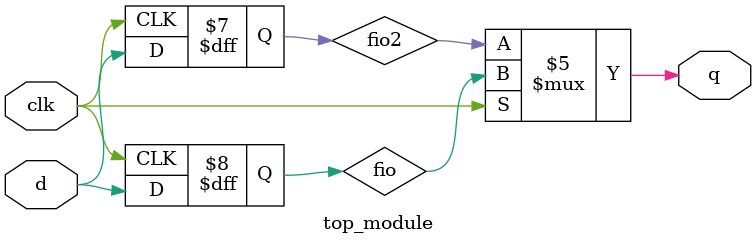
<source format=v>
module top_module (
    input clk,
    input d,
    output q
);
    wire fio,fio2;
    always @(posedge clk)begin
        fio<=d;
    end
    always @(negedge clk)begin
        fio2<=d;
    end
    always @(clk) begin
        if(clk) q<=fio;
        else q<=fio2;
    end
endmodule


</source>
